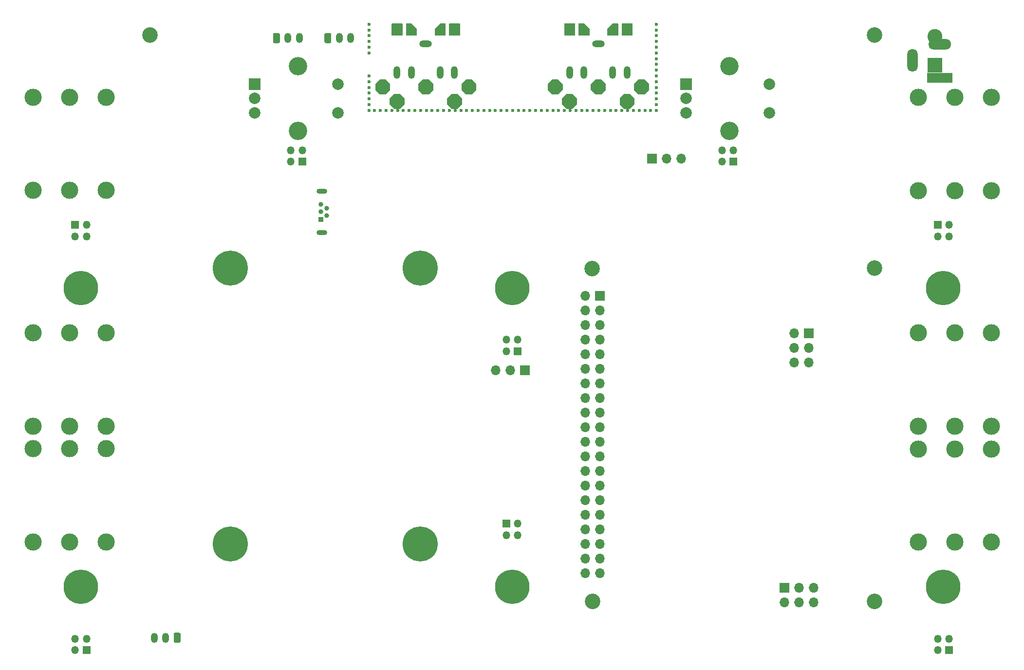
<source format=gbs>
G04 #@! TF.GenerationSoftware,KiCad,Pcbnew,7.0.9-7.0.9~ubuntu23.04.1*
G04 #@! TF.CreationDate,2023-12-04T22:03:07+00:00*
G04 #@! TF.ProjectId,pedalboard-hw,70656461-6c62-46f6-9172-642d68772e6b,3.1.0*
G04 #@! TF.SameCoordinates,Original*
G04 #@! TF.FileFunction,Soldermask,Bot*
G04 #@! TF.FilePolarity,Negative*
%FSLAX46Y46*%
G04 Gerber Fmt 4.6, Leading zero omitted, Abs format (unit mm)*
G04 Created by KiCad (PCBNEW 7.0.9-7.0.9~ubuntu23.04.1) date 2023-12-04 22:03:07*
%MOMM*%
%LPD*%
G01*
G04 APERTURE LIST*
%ADD10C,2.700000*%
%ADD11O,1.200000X2.200000*%
%ADD12O,2.200000X1.200000*%
%ADD13C,3.000000*%
%ADD14R,4.400000X1.800000*%
%ADD15O,4.000000X1.800000*%
%ADD16O,1.800000X4.000000*%
%ADD17R,2.600000X2.600000*%
%ADD18C,2.600000*%
%ADD19R,1.350000X1.350000*%
%ADD20O,1.350000X1.350000*%
%ADD21R,1.700000X1.700000*%
%ADD22O,1.700000X1.700000*%
%ADD23C,0.600000*%
%ADD24R,0.840000X0.840000*%
%ADD25C,0.840000*%
%ADD26O,1.850000X0.850000*%
%ADD27R,2.000000X2.000000*%
%ADD28C,2.000000*%
%ADD29C,3.200000*%
%ADD30C,6.100000*%
%ADD31C,6.000000*%
%ADD32O,1.200000X1.750000*%
G04 APERTURE END LIST*
D10*
X168000000Y-121500000D03*
D11*
X125000000Y-29500000D03*
X122500000Y-29500000D03*
D12*
X120000000Y-24500000D03*
D11*
X115000000Y-29500000D03*
X117500000Y-29500000D03*
D13*
X28050000Y-50000000D03*
X28050000Y-33770000D03*
X21700000Y-50000000D03*
X21700000Y-33770000D03*
X34400000Y-50000000D03*
X34400000Y-33770000D03*
X28050000Y-111200000D03*
X28050000Y-94970000D03*
X21700000Y-111200000D03*
X21700000Y-94970000D03*
X34400000Y-111200000D03*
X34400000Y-94970000D03*
D14*
X179400000Y-30400000D03*
D15*
X179400000Y-24600000D03*
D16*
X174600000Y-27400000D03*
D17*
X178500000Y-28210000D03*
D18*
X178500000Y-23210000D03*
D19*
X29000000Y-56000000D03*
D20*
X31000000Y-56000000D03*
X29000000Y-58000000D03*
X31000000Y-58000000D03*
D13*
X28050000Y-91000000D03*
X28050000Y-74770000D03*
X21700000Y-91000000D03*
X21700000Y-74770000D03*
X34400000Y-91000000D03*
X34400000Y-74770000D03*
X181950000Y-94995000D03*
X181950000Y-111225000D03*
X188300000Y-94995000D03*
X188300000Y-111225000D03*
X175600000Y-94995000D03*
X175600000Y-111225000D03*
D21*
X129315000Y-44450000D03*
D22*
X131855000Y-44450000D03*
X134395000Y-44450000D03*
D10*
X118980000Y-121520000D03*
D19*
X181000000Y-130000000D03*
D20*
X179000000Y-130000000D03*
X181000000Y-128000000D03*
X179000000Y-128000000D03*
D23*
X80100000Y-21075000D03*
X80100000Y-22075000D03*
X80100000Y-23075000D03*
X80100000Y-24075000D03*
X80100000Y-25075000D03*
X80100000Y-26075000D03*
X80100000Y-30075000D03*
X80100000Y-31075000D03*
X80100000Y-32075000D03*
X80100000Y-33075000D03*
X80100000Y-34075000D03*
X80100000Y-35075000D03*
X80100000Y-36075000D03*
X81100000Y-36075000D03*
X82100000Y-36075000D03*
X83100000Y-36075000D03*
X84100000Y-36075000D03*
X85100000Y-36075000D03*
X86100000Y-36075000D03*
X87100000Y-36075000D03*
X88100000Y-36075000D03*
X89100000Y-36075000D03*
X90100000Y-36075000D03*
X91100000Y-36075000D03*
X92100000Y-36075000D03*
X93100000Y-36075000D03*
X94100000Y-36075000D03*
X95100000Y-36075000D03*
X96100000Y-36075000D03*
X97100000Y-36075000D03*
X98100000Y-36075000D03*
X99100000Y-36075000D03*
X100100000Y-36075000D03*
X101100000Y-36075000D03*
X102100000Y-36075000D03*
X103100000Y-36075000D03*
X104100000Y-36075000D03*
X105100000Y-36075000D03*
X106100000Y-36075000D03*
X107100000Y-36075000D03*
X108100000Y-36075000D03*
X109100000Y-36075000D03*
X110100000Y-36075000D03*
X111100000Y-36075000D03*
X112100000Y-36075000D03*
X113100000Y-36075000D03*
X114100000Y-36075000D03*
X115100000Y-36075000D03*
X116100000Y-36075000D03*
X117100000Y-36075000D03*
X118100000Y-36075000D03*
X119100000Y-36075000D03*
X120100000Y-36075000D03*
X121100000Y-36075000D03*
X122100000Y-36075000D03*
X123100000Y-36075000D03*
X124100000Y-36075000D03*
X125100000Y-36075000D03*
X126100000Y-36075000D03*
X127100000Y-36075000D03*
X128100000Y-36075000D03*
X129100000Y-36075000D03*
X130100000Y-21075000D03*
X130100000Y-22075000D03*
X130100000Y-23075000D03*
X130100000Y-24075000D03*
X130100000Y-25075000D03*
X130100000Y-26075000D03*
X130100000Y-27075000D03*
X130100000Y-28075000D03*
X130100000Y-29075000D03*
X130100000Y-30075000D03*
X130100000Y-31075000D03*
X130100000Y-32075000D03*
X130100000Y-33075000D03*
X130100000Y-34075000D03*
X130100000Y-35075000D03*
X130100000Y-36075000D03*
D19*
X31000000Y-130000000D03*
D20*
X29000000Y-130000000D03*
X31000000Y-128000000D03*
X29000000Y-128000000D03*
D19*
X106000000Y-78000000D03*
D20*
X104000000Y-78000000D03*
X106000000Y-76000000D03*
X104000000Y-76000000D03*
D24*
X71740000Y-55030000D03*
D25*
X72740000Y-54380000D03*
X71740000Y-53730000D03*
X72740000Y-53080000D03*
X71740000Y-52430000D03*
D26*
X71960000Y-57305000D03*
X71960000Y-50155000D03*
D10*
X42000000Y-23000000D03*
D13*
X181965000Y-33800000D03*
X181965000Y-50030000D03*
X188315000Y-33800000D03*
X188315000Y-50030000D03*
X175615000Y-33800000D03*
X175615000Y-50030000D03*
D19*
X143500000Y-45000000D03*
D20*
X141500000Y-45000000D03*
X143500000Y-43000000D03*
X141500000Y-43000000D03*
D10*
X168000000Y-63500000D03*
G36*
X111946312Y-33285921D02*
G01*
X111214079Y-32553688D01*
X111199200Y-32517767D01*
X111199200Y-31482233D01*
X111214079Y-31446312D01*
X111946312Y-30714079D01*
X111982233Y-30699200D01*
X113017767Y-30699200D01*
X113053688Y-30714079D01*
X113785921Y-31446312D01*
X113800800Y-31482233D01*
X113800800Y-32517767D01*
X113785921Y-32553688D01*
X113053688Y-33285921D01*
X113017767Y-33300800D01*
X111982233Y-33300800D01*
X111946312Y-33285921D01*
G37*
G36*
X121285921Y-32553688D02*
G01*
X120553688Y-33285921D01*
X120517767Y-33300800D01*
X119482233Y-33300800D01*
X119446312Y-33285921D01*
X118714079Y-32553688D01*
X118699200Y-32517767D01*
X118699200Y-31482233D01*
X118714079Y-31446312D01*
X119446312Y-30714079D01*
X119482233Y-30699200D01*
X120517767Y-30699200D01*
X120553688Y-30714079D01*
X121285921Y-31446312D01*
X121300800Y-31482233D01*
X121300800Y-32517767D01*
X121285921Y-32553688D01*
G37*
G36*
X126946312Y-33285921D02*
G01*
X126214079Y-32553688D01*
X126199200Y-32517767D01*
X126199200Y-31482233D01*
X126214079Y-31446312D01*
X126946312Y-30714079D01*
X126982233Y-30699200D01*
X128017767Y-30699200D01*
X128053688Y-30714079D01*
X128785921Y-31446312D01*
X128800800Y-31482233D01*
X128800800Y-32517767D01*
X128785921Y-32553688D01*
X128053688Y-33285921D01*
X128017767Y-33300800D01*
X126982233Y-33300800D01*
X126946312Y-33285921D01*
G37*
G36*
X114446312Y-35785921D02*
G01*
X113714079Y-35053688D01*
X113699200Y-35017767D01*
X113699200Y-33982233D01*
X113714079Y-33946312D01*
X114446312Y-33214079D01*
X114482233Y-33199200D01*
X115517767Y-33199200D01*
X115553688Y-33214079D01*
X116285921Y-33946312D01*
X116300800Y-33982233D01*
X116300800Y-35017767D01*
X116285921Y-35053688D01*
X115553688Y-35785921D01*
X115517767Y-35800800D01*
X114482233Y-35800800D01*
X114446312Y-35785921D01*
G37*
G36*
X124446312Y-35785921D02*
G01*
X123714079Y-35053688D01*
X123699200Y-35017767D01*
X123699200Y-33982233D01*
X123714079Y-33946312D01*
X124446312Y-33214079D01*
X124482233Y-33199200D01*
X125517767Y-33199200D01*
X125553688Y-33214079D01*
X126285921Y-33946312D01*
X126300800Y-33982233D01*
X126300800Y-35017767D01*
X126285921Y-35053688D01*
X125553688Y-35785921D01*
X125517767Y-35800800D01*
X124482233Y-35800800D01*
X124446312Y-35785921D01*
G37*
G36*
X121564079Y-23035921D02*
G01*
X121549200Y-23000000D01*
X121549200Y-21900000D01*
X121564079Y-21864079D01*
X122464079Y-20964079D01*
X122500000Y-20949200D01*
X123400000Y-20949200D01*
X123435921Y-20964079D01*
X123450800Y-21000000D01*
X123450800Y-23000000D01*
X123435921Y-23035921D01*
X123400000Y-23050800D01*
X121600000Y-23050800D01*
X121564079Y-23035921D01*
G37*
G36*
G01*
X125950800Y-21000000D02*
X125950800Y-23000000D01*
G75*
G02*
X125900000Y-23050800I-50800J0D01*
G01*
X124100000Y-23050800D01*
G75*
G02*
X124049200Y-23000000I0J50800D01*
G01*
X124049200Y-21000000D01*
G75*
G02*
X124100000Y-20949200I50800J0D01*
G01*
X125900000Y-20949200D01*
G75*
G02*
X125950800Y-21000000I0J-50800D01*
G01*
G37*
G36*
G01*
X115950800Y-21000000D02*
X115950800Y-23000000D01*
G75*
G02*
X115900000Y-23050800I-50800J0D01*
G01*
X114100000Y-23050800D01*
G75*
G02*
X114049200Y-23000000I0J50800D01*
G01*
X114049200Y-21000000D01*
G75*
G02*
X114100000Y-20949200I50800J0D01*
G01*
X115900000Y-20949200D01*
G75*
G02*
X115950800Y-21000000I0J-50800D01*
G01*
G37*
G36*
X116564079Y-23035921D02*
G01*
X116549200Y-23000000D01*
X116549200Y-21000000D01*
X116564079Y-20964079D01*
X116600000Y-20949200D01*
X117500000Y-20949200D01*
X117535921Y-20964079D01*
X118435921Y-21864079D01*
X118450800Y-21900000D01*
X118450800Y-23000000D01*
X118435921Y-23035921D01*
X118400000Y-23050800D01*
X116600000Y-23050800D01*
X116564079Y-23035921D01*
G37*
D27*
X60250000Y-31500000D03*
D28*
X60250000Y-36500000D03*
X60250000Y-34000000D03*
D29*
X67750000Y-28400000D03*
X67750000Y-39600000D03*
D28*
X74750000Y-36500000D03*
X74750000Y-31500000D03*
D19*
X179000000Y-56000000D03*
D20*
X181000000Y-56000000D03*
X179000000Y-58000000D03*
X181000000Y-58000000D03*
D19*
X68500000Y-45000000D03*
D20*
X66500000Y-45000000D03*
X68500000Y-43000000D03*
X66500000Y-43000000D03*
D21*
X107225000Y-81300000D03*
D22*
X104685000Y-81300000D03*
X102145000Y-81300000D03*
D13*
X181950000Y-74780000D03*
X181950000Y-91010000D03*
X188300000Y-74780000D03*
X188300000Y-91010000D03*
X175600000Y-74780000D03*
X175600000Y-91010000D03*
D19*
X104000000Y-108000000D03*
D20*
X106000000Y-108000000D03*
X104000000Y-110000000D03*
X106000000Y-110000000D03*
D10*
X118900000Y-63565600D03*
D30*
X89000000Y-111500000D03*
X89000000Y-63500000D03*
X56000000Y-111500000D03*
X56000000Y-63500000D03*
D10*
X168000000Y-23000000D03*
D27*
X135250000Y-31500000D03*
D28*
X135250000Y-36500000D03*
X135250000Y-34000000D03*
D29*
X142750000Y-28400000D03*
X142750000Y-39600000D03*
D28*
X149750000Y-36500000D03*
X149750000Y-31500000D03*
G36*
X81946312Y-33285921D02*
G01*
X81214079Y-32553688D01*
X81199200Y-32517767D01*
X81199200Y-31482233D01*
X81214079Y-31446312D01*
X81946312Y-30714079D01*
X81982233Y-30699200D01*
X83017767Y-30699200D01*
X83053688Y-30714079D01*
X83785921Y-31446312D01*
X83800800Y-31482233D01*
X83800800Y-32517767D01*
X83785921Y-32553688D01*
X83053688Y-33285921D01*
X83017767Y-33300800D01*
X81982233Y-33300800D01*
X81946312Y-33285921D01*
G37*
G36*
X91285921Y-32553688D02*
G01*
X90553688Y-33285921D01*
X90517767Y-33300800D01*
X89482233Y-33300800D01*
X89446312Y-33285921D01*
X88714079Y-32553688D01*
X88699200Y-32517767D01*
X88699200Y-31482233D01*
X88714079Y-31446312D01*
X89446312Y-30714079D01*
X89482233Y-30699200D01*
X90517767Y-30699200D01*
X90553688Y-30714079D01*
X91285921Y-31446312D01*
X91300800Y-31482233D01*
X91300800Y-32517767D01*
X91285921Y-32553688D01*
G37*
G36*
X96946312Y-33285921D02*
G01*
X96214079Y-32553688D01*
X96199200Y-32517767D01*
X96199200Y-31482233D01*
X96214079Y-31446312D01*
X96946312Y-30714079D01*
X96982233Y-30699200D01*
X98017767Y-30699200D01*
X98053688Y-30714079D01*
X98785921Y-31446312D01*
X98800800Y-31482233D01*
X98800800Y-32517767D01*
X98785921Y-32553688D01*
X98053688Y-33285921D01*
X98017767Y-33300800D01*
X96982233Y-33300800D01*
X96946312Y-33285921D01*
G37*
G36*
X84446312Y-35785921D02*
G01*
X83714079Y-35053688D01*
X83699200Y-35017767D01*
X83699200Y-33982233D01*
X83714079Y-33946312D01*
X84446312Y-33214079D01*
X84482233Y-33199200D01*
X85517767Y-33199200D01*
X85553688Y-33214079D01*
X86285921Y-33946312D01*
X86300800Y-33982233D01*
X86300800Y-35017767D01*
X86285921Y-35053688D01*
X85553688Y-35785921D01*
X85517767Y-35800800D01*
X84482233Y-35800800D01*
X84446312Y-35785921D01*
G37*
G36*
X94446312Y-35785921D02*
G01*
X93714079Y-35053688D01*
X93699200Y-35017767D01*
X93699200Y-33982233D01*
X93714079Y-33946312D01*
X94446312Y-33214079D01*
X94482233Y-33199200D01*
X95517767Y-33199200D01*
X95553688Y-33214079D01*
X96285921Y-33946312D01*
X96300800Y-33982233D01*
X96300800Y-35017767D01*
X96285921Y-35053688D01*
X95553688Y-35785921D01*
X95517767Y-35800800D01*
X94482233Y-35800800D01*
X94446312Y-35785921D01*
G37*
G36*
X91564079Y-23035921D02*
G01*
X91549200Y-23000000D01*
X91549200Y-21900000D01*
X91564079Y-21864079D01*
X92464079Y-20964079D01*
X92500000Y-20949200D01*
X93400000Y-20949200D01*
X93435921Y-20964079D01*
X93450800Y-21000000D01*
X93450800Y-23000000D01*
X93435921Y-23035921D01*
X93400000Y-23050800D01*
X91600000Y-23050800D01*
X91564079Y-23035921D01*
G37*
G36*
G01*
X95950800Y-21000000D02*
X95950800Y-23000000D01*
G75*
G02*
X95900000Y-23050800I-50800J0D01*
G01*
X94100000Y-23050800D01*
G75*
G02*
X94049200Y-23000000I0J50800D01*
G01*
X94049200Y-21000000D01*
G75*
G02*
X94100000Y-20949200I50800J0D01*
G01*
X95900000Y-20949200D01*
G75*
G02*
X95950800Y-21000000I0J-50800D01*
G01*
G37*
G36*
G01*
X85950800Y-21000000D02*
X85950800Y-23000000D01*
G75*
G02*
X85900000Y-23050800I-50800J0D01*
G01*
X84100000Y-23050800D01*
G75*
G02*
X84049200Y-23000000I0J50800D01*
G01*
X84049200Y-21000000D01*
G75*
G02*
X84100000Y-20949200I50800J0D01*
G01*
X85900000Y-20949200D01*
G75*
G02*
X85950800Y-21000000I0J-50800D01*
G01*
G37*
G36*
X86564079Y-23035921D02*
G01*
X86549200Y-23000000D01*
X86549200Y-21000000D01*
X86564079Y-20964079D01*
X86600000Y-20949200D01*
X87500000Y-20949200D01*
X87535921Y-20964079D01*
X88435921Y-21864079D01*
X88450800Y-21900000D01*
X88450800Y-23000000D01*
X88435921Y-23035921D01*
X88400000Y-23050800D01*
X86600000Y-23050800D01*
X86564079Y-23035921D01*
G37*
D11*
X94994500Y-29500000D03*
X92494500Y-29500000D03*
D12*
X89994500Y-24500000D03*
D11*
X84994500Y-29500000D03*
X87494500Y-29500000D03*
D31*
X30000000Y-119000000D03*
X105000000Y-67000000D03*
X30000000Y-67000000D03*
X180000000Y-67000000D03*
X105000000Y-119000000D03*
G36*
G01*
X72360000Y-24115000D02*
X72360000Y-22865000D01*
G75*
G02*
X72610000Y-22615000I250000J0D01*
G01*
X73310000Y-22615000D01*
G75*
G02*
X73560000Y-22865000I0J-250000D01*
G01*
X73560000Y-24115000D01*
G75*
G02*
X73310000Y-24365000I-250000J0D01*
G01*
X72610000Y-24365000D01*
G75*
G02*
X72360000Y-24115000I0J250000D01*
G01*
G37*
D32*
X74960000Y-23490000D03*
X76960000Y-23490000D03*
G36*
G01*
X47360000Y-127205000D02*
X47360000Y-128455000D01*
G75*
G02*
X47110000Y-128705000I-250000J0D01*
G01*
X46410000Y-128705000D01*
G75*
G02*
X46160000Y-128455000I0J250000D01*
G01*
X46160000Y-127205000D01*
G75*
G02*
X46410000Y-126955000I250000J0D01*
G01*
X47110000Y-126955000D01*
G75*
G02*
X47360000Y-127205000I0J-250000D01*
G01*
G37*
X44760000Y-127830000D03*
X42760000Y-127830000D03*
D31*
X180000000Y-119000000D03*
D21*
X120250000Y-68375600D03*
D22*
X117710000Y-68375600D03*
X120250000Y-70915600D03*
X117710000Y-70915600D03*
X120250000Y-73455600D03*
X117710000Y-73455600D03*
X120250000Y-75995600D03*
X117710000Y-75995600D03*
X120250000Y-78535600D03*
X117710000Y-78535600D03*
X120250000Y-81075600D03*
X117710000Y-81075600D03*
X120250000Y-83615600D03*
X117710000Y-83615600D03*
X120250000Y-86155600D03*
X117710000Y-86155600D03*
X120250000Y-88695600D03*
X117710000Y-88695600D03*
X120250000Y-91235600D03*
X117710000Y-91235600D03*
X120250000Y-93775600D03*
X117710000Y-93775600D03*
X120250000Y-96315600D03*
X117710000Y-96315600D03*
X120250000Y-98855600D03*
X117710000Y-98855600D03*
X120250000Y-101395600D03*
X117710000Y-101395600D03*
X120250000Y-103935600D03*
X117710000Y-103935600D03*
X120250000Y-106475600D03*
X117710000Y-106475600D03*
X120250000Y-109015600D03*
X117710000Y-109015600D03*
X120250000Y-111555600D03*
X117710000Y-111555600D03*
X120250000Y-114095600D03*
X117710000Y-114095600D03*
X120250000Y-116635600D03*
X117710000Y-116635600D03*
D21*
X156555000Y-74845600D03*
D22*
X154015000Y-74845600D03*
X156555000Y-77385600D03*
X154015000Y-77385600D03*
X156555000Y-79925600D03*
X154015000Y-79925600D03*
D21*
X152380000Y-119150600D03*
D22*
X152380000Y-121690600D03*
X154920000Y-119150600D03*
X154920000Y-121690600D03*
X157460000Y-119150600D03*
X157460000Y-121690600D03*
G36*
G01*
X63430000Y-24125000D02*
X63430000Y-22875000D01*
G75*
G02*
X63680000Y-22625000I250000J0D01*
G01*
X64380000Y-22625000D01*
G75*
G02*
X64630000Y-22875000I0J-250000D01*
G01*
X64630000Y-24125000D01*
G75*
G02*
X64380000Y-24375000I-250000J0D01*
G01*
X63680000Y-24375000D01*
G75*
G02*
X63430000Y-24125000I0J250000D01*
G01*
G37*
D32*
X66030000Y-23500000D03*
X68030000Y-23500000D03*
M02*

</source>
